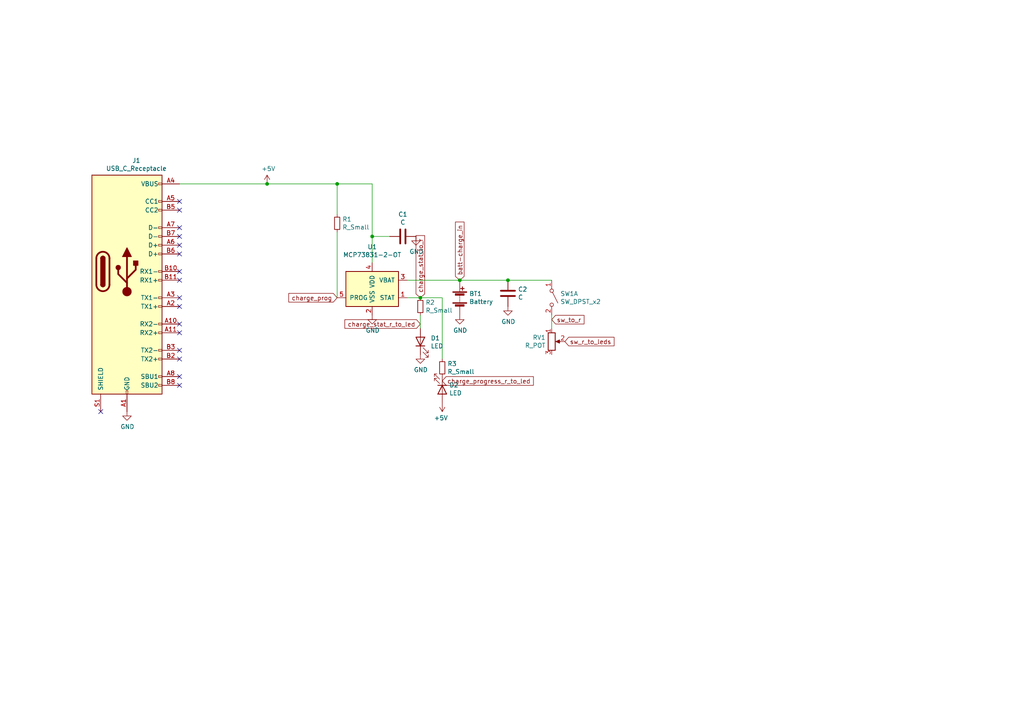
<source format=kicad_sch>
(kicad_sch (version 20211123) (generator eeschema)
  (paper "A4")
  (lib_symbols
    (symbol "Battery_Management:MCP73831-2-OT" (pin_names (offset 1.016))
      (property "Reference" "U" (at -7.62 6.35 0))
      (property "Value" "MCP73831-2-OT" (at 1.27 6.35 0))
      (symbol "MCP73831-2-OT_0_1"
        (rectangle (start -7.62 5.08) (end 7.62 -5.08) (stroke (width 0.254)) (fill (type background)))
      )
      (symbol "MCP73831-2-OT_1_1"
        (pin output line (at 10.16 -2.54 180) (length 2.54) (name "STAT") (number "1"))
        (pin power_in line (at 0 -7.62 90) (length 2.54) (name "VSS") (number "2"))
        (pin power_out line (at 10.16 2.54 180) (length 2.54) (name "VBAT") (number "3"))
        (pin power_in line (at 0 7.62 270) (length 2.54) (name "VDD") (number "4"))
        (pin input line (at -10.16 -2.54 0) (length 2.54) (name "PROG") (number "5"))
      )
    )
    (symbol "Connector:USB_C_Receptacle" (pin_names (offset 1.016))
      (property "Reference" "J" (at -10.16 29.21 0))
      (property "Value" "USB_C_Receptacle" (at 10.16 29.21 0))
      (symbol "USB_C_Receptacle_0_0"
        (rectangle (start -0.254 -35.56) (end 0.254 -34.544))
        (rectangle (start 10.16 -32.766) (end 9.144 -33.274))
        (rectangle (start 10.16 -30.226) (end 9.144 -30.734))
        (rectangle (start 10.16 -25.146) (end 9.144 -25.654))
        (rectangle (start 10.16 -22.606) (end 9.144 -23.114))
        (rectangle (start 10.16 -17.526) (end 9.144 -18.034))
        (rectangle (start 10.16 -14.986) (end 9.144 -15.494))
        (rectangle (start 10.16 -9.906) (end 9.144 -10.414))
        (rectangle (start 10.16 -7.366) (end 9.144 -7.874))
        (rectangle (start 10.16 -2.286) (end 9.144 -2.794))
        (rectangle (start 10.16 0.254) (end 9.144 -0.254))
        (rectangle (start 10.16 5.334) (end 9.144 4.826))
        (rectangle (start 10.16 7.874) (end 9.144 7.366))
        (rectangle (start 10.16 10.414) (end 9.144 9.906))
        (rectangle (start 10.16 12.954) (end 9.144 12.446))
        (rectangle (start 10.16 18.034) (end 9.144 17.526))
        (rectangle (start 10.16 20.574) (end 9.144 20.066))
        (rectangle (start 10.16 25.654) (end 9.144 25.146))
      )
      (symbol "USB_C_Receptacle_0_1"
        (rectangle (start -10.16 27.94) (end 10.16 -35.56) (stroke (width 0.254)) (fill (type background)))
        (arc (start -8.89 -3.81) (mid -6.985 -5.715) (end -5.08 -3.81) (stroke (width 0.508)))
        (arc (start -7.62 -3.81) (mid -6.985 -4.445) (end -6.35 -3.81) (stroke (width 0.254)))
        (arc (start -7.62 -3.81) (mid -6.985 -4.445) (end -6.35 -3.81) (stroke (width 0.254)) (fill (type outline)))
        (rectangle (start -7.62 -3.81) (end -6.35 3.81) (stroke (width 0.254)) (fill (type outline)))
        (arc (start -6.35 3.81) (mid -6.985 4.445) (end -7.62 3.81) (stroke (width 0.254)))
        (arc (start -6.35 3.81) (mid -6.985 4.445) (end -7.62 3.81) (stroke (width 0.254)) (fill (type outline)))
        (arc (start -5.08 3.81) (mid -6.985 5.715) (end -8.89 3.81) (stroke (width 0.508)))
        (polyline (pts (xy -8.89 -3.81) (xy -8.89 3.81)) (stroke (width 0.508)))
        (polyline (pts (xy -5.08 3.81) (xy -5.08 -3.81)) (stroke (width 0.508)))
      )
      (symbol "USB_C_Receptacle_1_1"
        (circle (center -2.54 1.143) (radius 0.635) (stroke (width 0.254)) (fill (type outline)))
        (circle (center 0 -5.842) (radius 1.27) (fill (type outline)))
        (polyline (pts (xy 0 -5.842) (xy 0 4.318)) (stroke (width 0.508)))
        (polyline (pts (xy 0 -3.302) (xy -2.54 -0.762) (xy -2.54 0.508)) (stroke (width 0.508)))
        (polyline (pts (xy 0 -2.032) (xy 2.54 0.508) (xy 2.54 1.778)) (stroke (width 0.508)))
        (polyline (pts (xy -1.27 4.318) (xy 0 6.858) (xy 1.27 4.318) (xy -1.27 4.318)) (stroke (width 0.254)) (fill (type outline)))
        (rectangle (start 1.905 1.778) (end 3.175 3.048) (stroke (width 0.254)) (fill (type outline)))
        (pin passive line (at 0 -40.64 90) (length 5.08) (name "GND") (number "A1"))
        (pin bidirectional line (at 15.24 -15.24 180) (length 5.08) (name "RX2-") (number "A10"))
        (pin bidirectional line (at 15.24 -17.78 180) (length 5.08) (name "RX2+") (number "A11"))
        (pin passive line (at 0 -40.64 90) (length 5.08) hide (name "GND") (number "A12"))
        (pin bidirectional line (at 15.24 -10.16 180) (length 5.08) (name "TX1+") (number "A2"))
        (pin bidirectional line (at 15.24 -7.62 180) (length 5.08) (name "TX1-") (number "A3"))
        (pin passive line (at 15.24 25.4 180) (length 5.08) (name "VBUS") (number "A4"))
        (pin bidirectional line (at 15.24 20.32 180) (length 5.08) (name "CC1") (number "A5"))
        (pin bidirectional line (at 15.24 7.62 180) (length 5.08) (name "D+") (number "A6"))
        (pin bidirectional line (at 15.24 12.7 180) (length 5.08) (name "D-") (number "A7"))
        (pin bidirectional line (at 15.24 -30.48 180) (length 5.08) (name "SBU1") (number "A8"))
        (pin passive line (at 15.24 25.4 180) (length 5.08) hide (name "VBUS") (number "A9"))
        (pin passive line (at 0 -40.64 90) (length 5.08) hide (name "GND") (number "B1"))
        (pin bidirectional line (at 15.24 0 180) (length 5.08) (name "RX1-") (number "B10"))
        (pin bidirectional line (at 15.24 -2.54 180) (length 5.08) (name "RX1+") (number "B11"))
        (pin passive line (at 0 -40.64 90) (length 5.08) hide (name "GND") (number "B12"))
        (pin bidirectional line (at 15.24 -25.4 180) (length 5.08) (name "TX2+") (number "B2"))
        (pin bidirectional line (at 15.24 -22.86 180) (length 5.08) (name "TX2-") (number "B3"))
        (pin passive line (at 15.24 25.4 180) (length 5.08) hide (name "VBUS") (number "B4"))
        (pin bidirectional line (at 15.24 17.78 180) (length 5.08) (name "CC2") (number "B5"))
        (pin bidirectional line (at 15.24 5.08 180) (length 5.08) (name "D+") (number "B6"))
        (pin bidirectional line (at 15.24 10.16 180) (length 5.08) (name "D-") (number "B7"))
        (pin bidirectional line (at 15.24 -33.02 180) (length 5.08) (name "SBU2") (number "B8"))
        (pin passive line (at 15.24 25.4 180) (length 5.08) hide (name "VBUS") (number "B9"))
        (pin passive line (at -7.62 -40.64 90) (length 5.08) (name "SHIELD") (number "S1"))
      )
    )
    (symbol "Device:Battery" (pin_numbers hide) (pin_names (offset 0) hide)
      (property "Reference" "BT" (at 2.54 2.54 0))
      (property "Value" "Battery" (at 2.54 0 0))
      (symbol "Battery_0_1"
        (rectangle (start -2.032 -1.397) (end 2.032 -1.651) (fill (type outline)))
        (rectangle (start -2.032 1.778) (end 2.032 1.524) (fill (type outline)))
        (rectangle (start -1.3208 -1.9812) (end 1.27 -2.4892) (fill (type outline)))
        (rectangle (start -1.3208 1.1938) (end 1.27 0.6858) (fill (type outline)))
        (polyline (pts (xy 0 -1.524) (xy 0 -1.27)))
        (polyline (pts (xy 0 -1.016) (xy 0 -0.762)))
        (polyline (pts (xy 0 -0.508) (xy 0 -0.254)))
        (polyline (pts (xy 0 0) (xy 0 0.254)))
        (polyline (pts (xy 0 0.508) (xy 0 0.762)))
        (polyline (pts (xy 0 1.778) (xy 0 2.54)))
        (polyline (pts (xy 0.254 2.667) (xy 1.27 2.667)) (stroke (width 0.254)))
        (polyline (pts (xy 0.762 3.175) (xy 0.762 2.159)) (stroke (width 0.254)))
      )
      (symbol "Battery_1_1"
        (pin passive line (at 0 5.08 270) (length 2.54) (name "+") (number "1"))
        (pin passive line (at 0 -5.08 90) (length 2.54) (name "-") (number "2"))
      )
    )
    (symbol "Device:C" (pin_numbers hide) (pin_names (offset 0.254))
      (property "Reference" "C" (at 0.635 2.54 0))
      (property "Value" "C" (at 0.635 -2.54 0))
      (symbol "C_0_1"
        (polyline (pts (xy -2.032 -0.762) (xy 2.032 -0.762)) (stroke (width 0.508)))
        (polyline (pts (xy -2.032 0.762) (xy 2.032 0.762)) (stroke (width 0.508)))
      )
      (symbol "C_1_1"
        (pin passive line (at 0 3.81 270) (length 2.794) (name "~") (number "1"))
        (pin passive line (at 0 -3.81 90) (length 2.794) (name "~") (number "2"))
      )
    )
    (symbol "Device:LED" (pin_numbers hide) (pin_names (offset 1.016) hide)
      (property "Reference" "D" (at 0 2.54 0))
      (property "Value" "LED" (at 0 -2.54 0))
      (symbol "LED_0_1"
        (polyline (pts (xy -1.27 -1.27) (xy -1.27 1.27)) (stroke (width 0.254)))
        (polyline (pts (xy -1.27 0) (xy 1.27 0)))
        (polyline (pts (xy 1.27 -1.27) (xy 1.27 1.27) (xy -1.27 0) (xy 1.27 -1.27)) (stroke (width 0.254)))
        (polyline (pts (xy -3.048 -0.762) (xy -4.572 -2.286) (xy -3.81 -2.286) (xy -4.572 -2.286) (xy -4.572 -1.524)))
        (polyline (pts (xy -1.778 -0.762) (xy -3.302 -2.286) (xy -2.54 -2.286) (xy -3.302 -2.286) (xy -3.302 -1.524)))
      )
      (symbol "LED_1_1"
        (pin passive line (at -3.81 0 0) (length 2.54) (name "K") (number "1"))
        (pin passive line (at 3.81 0 180) (length 2.54) (name "A") (number "2"))
      )
    )
    (symbol "Device:R_POT" (pin_names (offset 1.016) hide)
      (property "Reference" "RV" (at -4.445 0 90))
      (property "Value" "Device_R_POT" (at -2.54 0 90))
      (symbol "R_POT_0_1"
        (polyline (pts (xy 2.54 0) (xy 1.524 0)))
        (polyline (pts (xy 1.143 0) (xy 2.286 0.508) (xy 2.286 -0.508) (xy 1.143 0)) (fill (type outline)))
        (rectangle (start 1.016 2.54) (end -1.016 -2.54) (stroke (width 0.254)))
      )
      (symbol "R_POT_1_1"
        (pin passive line (at 0 3.81 270) (length 1.27) (name "1") (number "1"))
        (pin passive line (at 3.81 0 180) (length 1.27) (name "2") (number "2"))
        (pin passive line (at 0 -3.81 90) (length 1.27) (name "3") (number "3"))
      )
    )
    (symbol "Device:R_Small" (pin_numbers hide) (pin_names (offset 0.254) hide)
      (property "Reference" "R" (at 0.762 0.508 0))
      (property "Value" "R_Small" (at 0.762 -1.016 0))
      (symbol "R_Small_0_1"
        (rectangle (start -0.762 1.778) (end 0.762 -1.778) (stroke (width 0.2032)))
      )
      (symbol "R_Small_1_1"
        (pin passive line (at 0 2.54 270) (length 0.762) (name "~") (number "1"))
        (pin passive line (at 0 -2.54 90) (length 0.762) (name "~") (number "2"))
      )
    )
    (symbol "Switch:SW_DPST_x2" (pin_names (offset 0) hide)
      (property "Reference" "SW" (at 0 3.175 0))
      (property "Value" "SW_DPST_x2" (at 0 -2.54 0))
      (symbol "SW_DPST_x2_0_0"
        (circle (center -2.032 0) (radius 0.508))
        (polyline (pts (xy -1.524 0.254) (xy 1.524 1.778)))
        (circle (center 2.032 0) (radius 0.508))
      )
      (symbol "SW_DPST_x2_1_1"
        (pin passive line (at -5.08 0 0) (length 2.54) (name "A") (number "1"))
        (pin passive line (at 5.08 0 180) (length 2.54) (name "B") (number "2"))
      )
      (symbol "SW_DPST_x2_2_1"
        (pin passive line (at -5.08 0 0) (length 2.54) (name "A") (number "3"))
        (pin passive line (at 5.08 0 180) (length 2.54) (name "B") (number "4"))
      )
    )
    (symbol "power:+5V" (power) (pin_names (offset 0))
      (property "Value" "+5V" (at 0 3.556 0))
      (symbol "+5V_0_1"
        (polyline (pts (xy -0.762 1.27) (xy 0 2.54)))
        (polyline (pts (xy 0 0) (xy 0 2.54)))
        (polyline (pts (xy 0 2.54) (xy 0.762 1.27)))
      )
      (symbol "+5V_1_1"
        (pin power_in line (at 0 0 90) (length 0) hide (name "+5V") (number "1"))
      )
    )
    (symbol "power:GND" (power) (pin_names (offset 0))
      (property "Value" "GND" (at 0 -3.81 0))
      (symbol "GND_0_1"
        (polyline (pts (xy 0 0) (xy 0 -1.27) (xy 1.27 -1.27) (xy 0 -2.54) (xy -1.27 -1.27) (xy 0 -1.27)))
      )
      (symbol "GND_1_1"
        (pin power_in line (at 0 0 270) (length 0) hide (name "GND") (number "1"))
      )
    )
  )
  (junction (at 77.47 53.34))
  (junction (at 121.92 86.36))
  (junction (at 147.32 81.28))
  (junction (at 107.95 68.58))
  (junction (at 97.79 53.34))
  (junction (at 133.35 81.28))
  (no_connect (at 52.07 104.14))
  (no_connect (at 29.21 119.38))
  (no_connect (at 52.07 60.96))
  (no_connect (at 52.07 78.74))
  (no_connect (at 52.07 109.22))
  (no_connect (at 52.07 68.58))
  (no_connect (at 52.07 88.9))
  (no_connect (at 52.07 86.36))
  (no_connect (at 52.07 101.6))
  (no_connect (at 52.07 93.98))
  (no_connect (at 52.07 96.52))
  (no_connect (at 52.07 66.04))
  (no_connect (at 52.07 73.66))
  (no_connect (at 52.07 58.42))
  (no_connect (at 52.07 71.12))
  (no_connect (at 52.07 111.76))
  (no_connect (at 52.07 81.28))
  (wire (pts (xy 52.07 53.34) (xy 77.47 53.34)))
  (wire (pts (xy 121.92 86.36) (xy 118.11 86.36)))
  (wire (pts (xy 118.11 81.28) (xy 133.35 81.28)))
  (wire (pts (xy 128.27 104.14) (xy 128.27 86.36)))
  (wire (pts (xy 160.02 91.44) (xy 160.02 95.25)))
  (wire (pts (xy 160.02 81.28) (xy 147.32 81.28)))
  (wire (pts (xy 77.47 53.34) (xy 97.79 53.34)))
  (wire (pts (xy 121.92 95.25) (xy 121.92 91.44)))
  (wire (pts (xy 97.79 62.23) (xy 97.79 53.34)))
  (wire (pts (xy 97.79 53.34) (xy 107.95 53.34)))
  (wire (pts (xy 107.95 53.34) (xy 107.95 68.58)))
  (wire (pts (xy 113.03 68.58) (xy 107.95 68.58)))
  (wire (pts (xy 107.95 68.58) (xy 107.95 76.2)))
  (wire (pts (xy 128.27 86.36) (xy 121.92 86.36)))
  (wire (pts (xy 147.32 81.28) (xy 133.35 81.28)))
  (wire (pts (xy 97.79 86.36) (xy 97.79 67.31)))
  (global_label "charge_stat_to_r" (shape input) (at 121.92 86.36 90) (property "Intersheet References" "${INTERSHEET_REFS}" (effects hide)))
  (global_label "charge_stat_r_to_led" (shape input) (at 121.92 93.98 180) (property "Intersheet References" "${INTERSHEET_REFS}" (effects hide)))
  (global_label "batt-charge_in" (shape input) (at 133.35 81.28 90) (property "Intersheet References" "${INTERSHEET_REFS}" (effects hide)))
  (global_label "sw_to_r" (shape input) (at 160.02 92.71 0) (property "Intersheet References" "${INTERSHEET_REFS}" (effects hide)))
  (global_label "sw_r_to_leds" (shape input) (at 163.83 99.06 0) (property "Intersheet References" "${INTERSHEET_REFS}" (effects hide)))
  (global_label "charge_prog" (shape input) (at 97.79 86.36 180) (property "Intersheet References" "${INTERSHEET_REFS}" (effects hide)))
  (global_label "charge_progress_r_to_led" (shape input) (at 128.27 110.49 0) (property "Intersheet References" "${INTERSHEET_REFS}" (effects hide)))
  (symbol (lib_id "Connector:USB_C_Receptacle") (at 36.83 78.74 0) (unit 1)
    (property "Reference" "J1" (at 39.5478 46.5582 0))
    (property "Value" "USB_C_Receptacle" (at 39.5478 48.8696 0))
    (property "Footprint" "Connector_USB:USB_C_Receptacle_JAE_DX07S024WJ3R400" (effects hide))
    (property "Datasheet" "https://www.usb.org/sites/default/files/documents/usb_type-c.zip" (effects hide))
  )
  (symbol (lib_id "Device:Battery") (at 133.35 86.36 0) (unit 1)
    (property "Reference" "BT1" (at 136.0932 85.1916 0) (effects (justify left)))
    (property "Value" "Battery" (at 136.0932 87.503 0) (effects (justify left)))
    (property "Footprint" "Connector_JST:JST_PH_B2B-PH-SM4-TB_1x02-1MP_P2.00mm_Vertical" (effects hide))
  )
  (symbol (lib_id "Switch:SW_DPST_x2") (at 160.02 86.36 270) (unit 1)
    (property "Reference" "SW1" (at 162.5092 85.1916 90) (effects (justify left)))
    (property "Value" "SW_DPST_x2" (at 162.5092 87.503 90) (effects (justify left)))
    (property "Footprint" "horny_charger:MXUTEUK_SelfLock_OnOff_Button_Switch" (effects hide))
  )
  (symbol (lib_id "power:GND") (at 36.83 119.38 0) (unit 1)
    (property "Reference" "#PWR01" (effects hide))
    (property "Value" "GND" (at 36.957 123.7742 0))
  )
  (symbol (lib_id "power:+5V") (at 77.47 53.34 0) (unit 1)
    (property "Reference" "#PWR02" (effects hide))
    (property "Value" "+5V" (at 77.851 48.9458 0))
  )
  (symbol (lib_id "Battery_Management:MCP73831-2-OT") (at 107.95 83.82 0) (unit 1)
    (property "Reference" "U1" (at 107.95 71.6026 0))
    (property "Value" "MCP73831-2-OT" (at 107.95 73.914 0))
    (property "Footprint" "Package_TO_SOT_SMD:SOT-23-5" (effects hide))
    (property "Datasheet" "http://ww1.microchip.com/downloads/en/DeviceDoc/20001984g.pdf" (effects hide))
  )
  (symbol (lib_id "power:GND") (at 107.95 91.44 0) (unit 1)
    (property "Reference" "#PWR03" (effects hide))
    (property "Value" "GND" (at 108.077 95.8342 0))
  )
  (symbol (lib_id "power:GND") (at 133.35 91.44 0) (unit 1)
    (property "Reference" "#PWR06" (effects hide))
    (property "Value" "GND" (at 133.477 95.8342 0))
  )
  (symbol (lib_id "Device:R_Small") (at 97.79 64.77 0) (unit 1)
    (property "Reference" "R1" (at 99.2886 63.6016 0) (effects (justify left)))
    (property "Value" "R_Small" (at 99.2886 65.913 0) (effects (justify left)))
    (property "Footprint" "Resistor_SMD:R_1206_3216Metric_Pad1.42x1.75mm_HandSolder" (effects hide))
  )
  (symbol (lib_id "Device:R_Small") (at 121.92 88.9 0) (unit 1)
    (property "Reference" "R2" (at 123.4186 87.7316 0) (effects (justify left)))
    (property "Value" "R_Small" (at 123.4186 90.043 0) (effects (justify left)))
    (property "Footprint" "Resistor_SMD:R_1206_3216Metric_Pad1.42x1.75mm_HandSolder" (effects hide))
  )
  (symbol (lib_id "Device:LED") (at 121.92 99.06 90) (unit 1)
    (property "Reference" "D1" (at 124.9172 98.0694 90) (effects (justify right)))
    (property "Value" "LED" (at 124.9172 100.3808 90) (effects (justify right)))
    (property "Footprint" "LED_SMD:LED_1206_3216Metric_Pad1.42x1.75mm_HandSolder" (effects hide))
  )
  (symbol (lib_id "power:GND") (at 121.92 102.87 0) (unit 1)
    (property "Reference" "#PWR05" (effects hide))
    (property "Value" "GND" (at 122.047 107.2642 0))
  )
  (symbol (lib_id "Device:C") (at 147.32 85.09 0) (unit 1)
    (property "Reference" "C2" (at 150.241 83.9216 0) (effects (justify left)))
    (property "Value" "C" (at 150.241 86.233 0) (effects (justify left)))
    (property "Footprint" "Capacitor_SMD:C_1206_3216Metric_Pad1.42x1.75mm_HandSolder" (effects hide))
  )
  (symbol (lib_id "power:GND") (at 147.32 88.9 0) (unit 1)
    (property "Reference" "#PWR07" (effects hide))
    (property "Value" "GND" (at 147.447 93.2942 0))
  )
  (symbol (lib_id "Device:C") (at 116.84 68.58 270) (unit 1)
    (property "Reference" "C1" (at 116.84 62.1792 90))
    (property "Value" "C" (at 116.84 64.4906 90))
    (property "Footprint" "Capacitor_SMD:C_1206_3216Metric_Pad1.42x1.75mm_HandSolder" (effects hide))
  )
  (symbol (lib_id "power:GND") (at 120.65 68.58 0) (unit 1)
    (property "Reference" "#PWR04" (effects hide))
    (property "Value" "GND" (at 120.777 72.9742 0))
  )
  (symbol (lib_id "Device:R_Small") (at 128.27 106.68 0) (unit 1)
    (property "Reference" "R3" (at 129.7686 105.5116 0) (effects (justify left)))
    (property "Value" "R_Small" (at 129.7686 107.823 0) (effects (justify left)))
    (property "Footprint" "Resistor_SMD:R_1206_3216Metric_Pad1.42x1.75mm_HandSolder" (effects hide))
  )
  (symbol (lib_id "Device:LED") (at 128.27 113.03 270) (unit 1)
    (property "Reference" "D2" (at 130.302 111.6838 90) (effects (justify left)))
    (property "Value" "LED" (at 130.302 113.9952 90) (effects (justify left)))
    (property "Footprint" "LED_SMD:LED_1206_3216Metric_Pad1.42x1.75mm_HandSolder" (effects hide))
  )
  (symbol (lib_id "power:+5V") (at 128.27 116.84 180) (unit 1)
    (property "Reference" "#PWR08" (effects hide))
    (property "Value" "+5V" (at 127.889 121.2342 0))
  )
  (symbol (lib_id "Device:R_POT") (at 160.02 99.06 0) (unit 1)
    (property "Reference" "RV1" (at 158.2674 97.8916 0) (effects (justify right)))
    (property "Value" "R_POT" (at 158.2674 100.203 0) (effects (justify right)))
    (property "Footprint" "Potentiometer_SMD:Potentiometer_Vishay_TS53YL_Vertical" (effects hide))
  )
)
</source>
